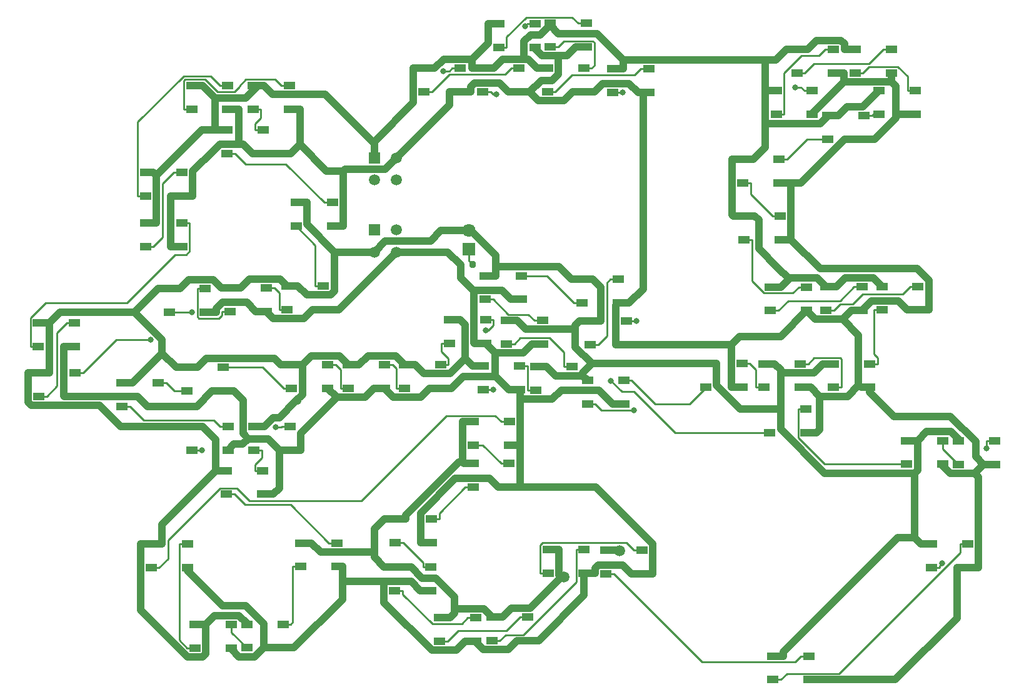
<source format=gbr>
%TF.GenerationSoftware,KiCad,Pcbnew,(5.1.6)-1*%
%TF.CreationDate,2020-11-25T20:53:45+11:00*%
%TF.ProjectId,ECS Panel PCB V1,45435320-5061-46e6-956c-205043422056,rev?*%
%TF.SameCoordinates,Original*%
%TF.FileFunction,Copper,L1,Top*%
%TF.FilePolarity,Positive*%
%FSLAX46Y46*%
G04 Gerber Fmt 4.6, Leading zero omitted, Abs format (unit mm)*
G04 Created by KiCad (PCBNEW (5.1.6)-1) date 2020-11-25 20:53:45*
%MOMM*%
%LPD*%
G01*
G04 APERTURE LIST*
%TA.AperFunction,SMDPad,CuDef*%
%ADD10R,1.500000X1.000000*%
%TD*%
%TA.AperFunction,ComponentPad*%
%ADD11C,1.520000*%
%TD*%
%TA.AperFunction,ComponentPad*%
%ADD12R,1.520000X1.520000*%
%TD*%
%TA.AperFunction,ComponentPad*%
%ADD13C,1.800000*%
%TD*%
%TA.AperFunction,ComponentPad*%
%ADD14R,1.800000X1.800000*%
%TD*%
%TA.AperFunction,ViaPad*%
%ADD15C,1.500000*%
%TD*%
%TA.AperFunction,ViaPad*%
%ADD16C,0.800000*%
%TD*%
%TA.AperFunction,Conductor*%
%ADD17C,1.000000*%
%TD*%
%TA.AperFunction,Conductor*%
%ADD18C,0.250000*%
%TD*%
G04 APERTURE END LIST*
%TO.P,R1,2*%
%TO.N,/LEDGND*%
%TA.AperFunction,SMDPad,CuDef*%
G36*
G01*
X81223800Y-100806840D02*
X81223800Y-101356840D01*
G75*
G02*
X81023800Y-101556840I-200000J0D01*
G01*
X80623800Y-101556840D01*
G75*
G02*
X80423800Y-101356840I0J200000D01*
G01*
X80423800Y-100806840D01*
G75*
G02*
X80623800Y-100606840I200000J0D01*
G01*
X81023800Y-100606840D01*
G75*
G02*
X81223800Y-100806840I0J-200000D01*
G01*
G37*
%TD.AperFunction*%
%TO.P,R1,1*%
%TO.N,Net-(D1-Pad1)*%
%TA.AperFunction,SMDPad,CuDef*%
G36*
G01*
X82873800Y-100806840D02*
X82873800Y-101356840D01*
G75*
G02*
X82673800Y-101556840I-200000J0D01*
G01*
X82273800Y-101556840D01*
G75*
G02*
X82073800Y-101356840I0J200000D01*
G01*
X82073800Y-100806840D01*
G75*
G02*
X82273800Y-100606840I200000J0D01*
G01*
X82673800Y-100606840D01*
G75*
G02*
X82873800Y-100806840I0J-200000D01*
G01*
G37*
%TD.AperFunction*%
%TD*%
D10*
%TO.P,D64,1*%
%TO.N,/LED+5V*%
X122721000Y-120676000D03*
%TO.P,D64,2*%
%TO.N,/DATAOUT*%
X122721000Y-123876000D03*
%TO.P,D64,4*%
%TO.N,Net-(D63-Pad2)*%
X127621000Y-120676000D03*
%TO.P,D64,3*%
%TO.N,/LEDGND*%
X127621000Y-123876000D03*
%TD*%
%TO.P,D63,1*%
%TO.N,/LED+5V*%
X141263000Y-124943000D03*
%TO.P,D63,2*%
%TO.N,Net-(D63-Pad2)*%
X141263000Y-128143000D03*
%TO.P,D63,4*%
%TO.N,Net-(D62-Pad2)*%
X146163000Y-124943000D03*
%TO.P,D63,3*%
%TO.N,/LEDGND*%
X146163000Y-128143000D03*
%TD*%
%TO.P,D62,1*%
%TO.N,/LED+5V*%
X148223000Y-124968000D03*
%TO.P,D62,2*%
%TO.N,Net-(D62-Pad2)*%
X148223000Y-128168000D03*
%TO.P,D62,4*%
%TO.N,Net-(D61-Pad2)*%
X153123000Y-124968000D03*
%TO.P,D62,3*%
%TO.N,/LEDGND*%
X153123000Y-128168000D03*
%TD*%
%TO.P,D61,1*%
%TO.N,/LED+5V*%
X144641000Y-138964000D03*
%TO.P,D61,2*%
%TO.N,Net-(D61-Pad2)*%
X144641000Y-142164000D03*
%TO.P,D61,4*%
%TO.N,Net-(D60-Pad2)*%
X149541000Y-138964000D03*
%TO.P,D61,3*%
%TO.N,/LEDGND*%
X149541000Y-142164000D03*
%TD*%
%TO.P,D60,1*%
%TO.N,/LED+5V*%
X123128000Y-154153000D03*
%TO.P,D60,2*%
%TO.N,Net-(D60-Pad2)*%
X123128000Y-157353000D03*
%TO.P,D60,4*%
%TO.N,Net-(D59-Pad2)*%
X128028000Y-154153000D03*
%TO.P,D60,3*%
%TO.N,/LEDGND*%
X128028000Y-157353000D03*
%TD*%
%TO.P,D59,1*%
%TO.N,/LED+5V*%
X100522000Y-139802000D03*
%TO.P,D59,2*%
%TO.N,Net-(D59-Pad2)*%
X100522000Y-143002000D03*
%TO.P,D59,4*%
%TO.N,Net-(D58-Pad2)*%
X105422000Y-139802000D03*
%TO.P,D59,3*%
%TO.N,/LEDGND*%
X105422000Y-143002000D03*
%TD*%
%TO.P,D58,1*%
%TO.N,/LED+5V*%
X92673000Y-139751000D03*
%TO.P,D58,2*%
%TO.N,Net-(D58-Pad2)*%
X92673000Y-142951000D03*
%TO.P,D58,4*%
%TO.N,Net-(D57-Pad2)*%
X97573000Y-139751000D03*
%TO.P,D58,3*%
%TO.N,/LEDGND*%
X97573000Y-142951000D03*
%TD*%
%TO.P,D57,1*%
%TO.N,/LED+5V*%
X85053000Y-148895000D03*
%TO.P,D57,2*%
%TO.N,Net-(D57-Pad2)*%
X85053000Y-152095000D03*
%TO.P,D57,4*%
%TO.N,Net-(D56-Pad2)*%
X89953000Y-148895000D03*
%TO.P,D57,3*%
%TO.N,/LEDGND*%
X89953000Y-152095000D03*
%TD*%
%TO.P,D56,1*%
%TO.N,/LED+5V*%
X77991800Y-148971000D03*
%TO.P,D56,2*%
%TO.N,Net-(D56-Pad2)*%
X77991800Y-152171000D03*
%TO.P,D56,4*%
%TO.N,Net-(D55-Pad2)*%
X82891800Y-148971000D03*
%TO.P,D56,3*%
%TO.N,/LEDGND*%
X82891800Y-152171000D03*
%TD*%
%TO.P,D55,1*%
%TO.N,/LED+5V*%
X71921200Y-142062000D03*
%TO.P,D55,2*%
%TO.N,Net-(D55-Pad2)*%
X71921200Y-145262000D03*
%TO.P,D55,4*%
%TO.N,Net-(D54-Pad2)*%
X76821200Y-142062000D03*
%TO.P,D55,3*%
%TO.N,/LEDGND*%
X76821200Y-145262000D03*
%TD*%
%TO.P,D54,1*%
%TO.N,/LED+5V*%
X71972000Y-135560000D03*
%TO.P,D54,2*%
%TO.N,Net-(D54-Pad2)*%
X71972000Y-138760000D03*
%TO.P,D54,4*%
%TO.N,Net-(D53-Pad2)*%
X76872000Y-135560000D03*
%TO.P,D54,3*%
%TO.N,/LEDGND*%
X76872000Y-138760000D03*
%TD*%
%TO.P,D53,1*%
%TO.N,/LED+5V*%
X82513000Y-128067000D03*
%TO.P,D53,2*%
%TO.N,Net-(D53-Pad2)*%
X82513000Y-131267000D03*
%TO.P,D53,4*%
%TO.N,Net-(D52-Pad2)*%
X87413000Y-128067000D03*
%TO.P,D53,3*%
%TO.N,/LEDGND*%
X87413000Y-131267000D03*
%TD*%
%TO.P,D52,1*%
%TO.N,/LED+5V*%
X82538400Y-122377000D03*
%TO.P,D52,2*%
%TO.N,Net-(D52-Pad2)*%
X82538400Y-125577000D03*
%TO.P,D52,4*%
%TO.N,Net-(D51-Pad2)*%
X87438400Y-122377000D03*
%TO.P,D52,3*%
%TO.N,/LEDGND*%
X87438400Y-125577000D03*
%TD*%
%TO.P,D51,1*%
%TO.N,/LED+5V*%
X38926600Y-138964000D03*
%TO.P,D51,2*%
%TO.N,Net-(D51-Pad2)*%
X38926600Y-142164000D03*
%TO.P,D51,4*%
%TO.N,Net-(D50-Pad2)*%
X43826600Y-138964000D03*
%TO.P,D51,3*%
%TO.N,/LEDGND*%
X43826600Y-142164000D03*
%TD*%
%TO.P,D50,1*%
%TO.N,/LED+5V*%
X44884000Y-149860000D03*
%TO.P,D50,2*%
%TO.N,Net-(D50-Pad2)*%
X44884000Y-153060000D03*
%TO.P,D50,4*%
%TO.N,Net-(D49-Pad2)*%
X49784000Y-149860000D03*
%TO.P,D50,3*%
%TO.N,/LEDGND*%
X49784000Y-153060000D03*
%TD*%
%TO.P,D49,1*%
%TO.N,/LED+5V*%
X51880600Y-149835000D03*
%TO.P,D49,2*%
%TO.N,Net-(D49-Pad2)*%
X51880600Y-153035000D03*
%TO.P,D49,4*%
%TO.N,Net-(D48-Pad2)*%
X56780600Y-149835000D03*
%TO.P,D49,3*%
%TO.N,/LEDGND*%
X56780600Y-153035000D03*
%TD*%
%TO.P,D48,1*%
%TO.N,/LED+5V*%
X59195800Y-138837000D03*
%TO.P,D48,2*%
%TO.N,Net-(D48-Pad2)*%
X59195800Y-142037000D03*
%TO.P,D48,4*%
%TO.N,Net-(D47-Pad2)*%
X64095800Y-138837000D03*
%TO.P,D48,3*%
%TO.N,/LEDGND*%
X64095800Y-142037000D03*
%TD*%
%TO.P,D47,1*%
%TO.N,/LED+5V*%
X49137400Y-129007000D03*
%TO.P,D47,2*%
%TO.N,Net-(D47-Pad2)*%
X49137400Y-132207000D03*
%TO.P,D47,4*%
%TO.N,Net-(D46-Pad2)*%
X54037400Y-129007000D03*
%TO.P,D47,3*%
%TO.N,/LEDGND*%
X54037400Y-132207000D03*
%TD*%
%TO.P,D46,1*%
%TO.N,/LED+5V*%
X52820400Y-123012000D03*
%TO.P,D46,2*%
%TO.N,Net-(D46-Pad2)*%
X52820400Y-126212000D03*
%TO.P,D46,4*%
%TO.N,Net-(D45-Pad2)*%
X57720400Y-123012000D03*
%TO.P,D46,3*%
%TO.N,/LEDGND*%
X57720400Y-126212000D03*
%TD*%
%TO.P,D45,1*%
%TO.N,/LED+5V*%
X44438400Y-123038000D03*
%TO.P,D45,2*%
%TO.N,Net-(D45-Pad2)*%
X44438400Y-126238000D03*
%TO.P,D45,4*%
%TO.N,Net-(D44-Pad2)*%
X49338400Y-123038000D03*
%TO.P,D45,3*%
%TO.N,/LEDGND*%
X49338400Y-126238000D03*
%TD*%
%TO.P,D44,1*%
%TO.N,/LED+5V*%
X34989600Y-117120000D03*
%TO.P,D44,2*%
%TO.N,Net-(D44-Pad2)*%
X34989600Y-120320000D03*
%TO.P,D44,4*%
%TO.N,Net-(D43-Pad2)*%
X39889600Y-117120000D03*
%TO.P,D44,3*%
%TO.N,/LEDGND*%
X39889600Y-120320000D03*
%TD*%
%TO.P,D43,1*%
%TO.N,/LED+5V*%
X43752600Y-115011000D03*
%TO.P,D43,2*%
%TO.N,Net-(D43-Pad2)*%
X43752600Y-118211000D03*
%TO.P,D43,4*%
%TO.N,Net-(D42-Pad2)*%
X48652600Y-115011000D03*
%TO.P,D43,3*%
%TO.N,/LEDGND*%
X48652600Y-118211000D03*
%TD*%
%TO.P,D42,1*%
%TO.N,/LED+5V*%
X57951200Y-114656000D03*
%TO.P,D42,2*%
%TO.N,Net-(D42-Pad2)*%
X57951200Y-117856000D03*
%TO.P,D42,4*%
%TO.N,Net-(D41-Pad2)*%
X62851200Y-114656000D03*
%TO.P,D42,3*%
%TO.N,/LEDGND*%
X62851200Y-117856000D03*
%TD*%
%TO.P,D41,1*%
%TO.N,/LED+5V*%
X65647400Y-114656000D03*
%TO.P,D41,2*%
%TO.N,Net-(D41-Pad2)*%
X65647400Y-117856000D03*
%TO.P,D41,4*%
%TO.N,Net-(D40-Pad2)*%
X70547400Y-114656000D03*
%TO.P,D41,3*%
%TO.N,/LEDGND*%
X70547400Y-117856000D03*
%TD*%
%TO.P,D40,1*%
%TO.N,/LED+5V*%
X73216600Y-114656000D03*
%TO.P,D40,2*%
%TO.N,Net-(D40-Pad2)*%
X73216600Y-117856000D03*
%TO.P,D40,4*%
%TO.N,Net-(D39-Pad2)*%
X78116600Y-114656000D03*
%TO.P,D40,3*%
%TO.N,/LEDGND*%
X78116600Y-117856000D03*
%TD*%
%TO.P,D39,1*%
%TO.N,/LED+5V*%
X79312600Y-108585000D03*
%TO.P,D39,2*%
%TO.N,Net-(D39-Pad2)*%
X79312600Y-111785000D03*
%TO.P,D39,4*%
%TO.N,Net-(D38-Pad2)*%
X84212600Y-108585000D03*
%TO.P,D39,3*%
%TO.N,/LEDGND*%
X84212600Y-111785000D03*
%TD*%
%TO.P,D38,1*%
%TO.N,/LED+5V*%
X83935400Y-114859000D03*
%TO.P,D38,2*%
%TO.N,Net-(D38-Pad2)*%
X83935400Y-118059000D03*
%TO.P,D38,4*%
%TO.N,Net-(D37-Pad2)*%
X88835400Y-114859000D03*
%TO.P,D38,3*%
%TO.N,/LEDGND*%
X88835400Y-118059000D03*
%TD*%
D11*
%TO.P,J2,4*%
%TO.N,/LEDGND*%
X72135999Y-99367599D03*
%TO.P,J2,3*%
%TO.N,/DATAOUT*%
X72135999Y-96367600D03*
%TO.P,J2,2*%
%TO.N,/LED+5V*%
X69136000Y-99367599D03*
D12*
%TO.P,J2,1*%
%TO.N,/DATALOOP*%
X69136000Y-96367600D03*
%TD*%
D11*
%TO.P,J1,4*%
%TO.N,/DATAIN*%
X72135999Y-89588599D03*
%TO.P,J1,3*%
%TO.N,/LEDGND*%
X72135999Y-86588600D03*
%TO.P,J1,2*%
%TO.N,/DATALOOP*%
X69136000Y-89588599D03*
D12*
%TO.P,J1,1*%
%TO.N,/LED+5V*%
X69136000Y-86588600D03*
%TD*%
D10*
%TO.P,D37,1*%
%TO.N,/LED+5V*%
X91010400Y-114885000D03*
%TO.P,D37,2*%
%TO.N,Net-(D37-Pad2)*%
X91010400Y-118085000D03*
%TO.P,D37,4*%
%TO.N,Net-(D36-Pad2)*%
X95910400Y-114885000D03*
%TO.P,D37,3*%
%TO.N,/LEDGND*%
X95910400Y-118085000D03*
%TD*%
%TO.P,D36,1*%
%TO.N,/LED+5V*%
X87034200Y-108661000D03*
%TO.P,D36,2*%
%TO.N,Net-(D36-Pad2)*%
X87034200Y-111861000D03*
%TO.P,D36,4*%
%TO.N,Net-(D35-Pad2)*%
X91934200Y-108661000D03*
%TO.P,D36,3*%
%TO.N,/LEDGND*%
X91934200Y-111861000D03*
%TD*%
%TO.P,D35,1*%
%TO.N,/LED+5V*%
X84164000Y-102591000D03*
%TO.P,D35,2*%
%TO.N,Net-(D35-Pad2)*%
X84164000Y-105791000D03*
%TO.P,D35,4*%
%TO.N,Net-(D34-Pad2)*%
X89064000Y-102591000D03*
%TO.P,D35,3*%
%TO.N,/LEDGND*%
X89064000Y-105791000D03*
%TD*%
%TO.P,D34,1*%
%TO.N,/LED+5V*%
X97295800Y-103073000D03*
%TO.P,D34,2*%
%TO.N,Net-(D34-Pad2)*%
X97295800Y-106273000D03*
%TO.P,D34,4*%
%TO.N,Net-(D33-Pad2)*%
X102195800Y-103073000D03*
%TO.P,D34,3*%
%TO.N,/LEDGND*%
X102195800Y-106273000D03*
%TD*%
%TO.P,D33,1*%
%TO.N,/LED+5V*%
X98388000Y-108763000D03*
%TO.P,D33,2*%
%TO.N,Net-(D33-Pad2)*%
X98388000Y-111963000D03*
%TO.P,D33,4*%
%TO.N,Net-(D32-Pad2)*%
X103288000Y-108763000D03*
%TO.P,D33,3*%
%TO.N,/LEDGND*%
X103288000Y-111963000D03*
%TD*%
%TO.P,D32,1*%
%TO.N,/LED+5V*%
X98021000Y-116789000D03*
%TO.P,D32,2*%
%TO.N,Net-(D32-Pad2)*%
X98021000Y-119989000D03*
%TO.P,D32,4*%
%TO.N,Net-(D31-Pad2)*%
X102921000Y-116789000D03*
%TO.P,D32,3*%
%TO.N,/LEDGND*%
X102921000Y-119989000D03*
%TD*%
%TO.P,D31,1*%
%TO.N,/LED+5V*%
X114034000Y-114503000D03*
%TO.P,D31,2*%
%TO.N,Net-(D31-Pad2)*%
X114034000Y-117703000D03*
%TO.P,D31,4*%
%TO.N,Net-(D30-Pad2)*%
X118934000Y-114503000D03*
%TO.P,D31,3*%
%TO.N,/LEDGND*%
X118934000Y-117703000D03*
%TD*%
%TO.P,D30,1*%
%TO.N,/LED+5V*%
X121934000Y-114529000D03*
%TO.P,D30,2*%
%TO.N,Net-(D30-Pad2)*%
X121934000Y-117729000D03*
%TO.P,D30,4*%
%TO.N,Net-(D29-Pad2)*%
X126834000Y-114529000D03*
%TO.P,D30,3*%
%TO.N,/LEDGND*%
X126834000Y-117729000D03*
%TD*%
%TO.P,D29,1*%
%TO.N,/LED+5V*%
X131357000Y-114529000D03*
%TO.P,D29,2*%
%TO.N,Net-(D29-Pad2)*%
X131357000Y-117729000D03*
%TO.P,D29,4*%
%TO.N,Net-(D28-Pad2)*%
X136257000Y-114529000D03*
%TO.P,D29,3*%
%TO.N,/LEDGND*%
X136257000Y-117729000D03*
%TD*%
%TO.P,D28,1*%
%TO.N,/LED+5V*%
X137885000Y-104039000D03*
%TO.P,D28,2*%
%TO.N,Net-(D28-Pad2)*%
X137885000Y-107239000D03*
%TO.P,D28,4*%
%TO.N,Net-(D27-Pad2)*%
X142785000Y-104039000D03*
%TO.P,D28,3*%
%TO.N,/LEDGND*%
X142785000Y-107239000D03*
%TD*%
%TO.P,D27,1*%
%TO.N,/LED+5V*%
X130316000Y-104064000D03*
%TO.P,D27,2*%
%TO.N,Net-(D27-Pad2)*%
X130316000Y-107264000D03*
%TO.P,D27,4*%
%TO.N,Net-(D26-Pad2)*%
X135216000Y-104064000D03*
%TO.P,D27,3*%
%TO.N,/LEDGND*%
X135216000Y-107264000D03*
%TD*%
%TO.P,D26,1*%
%TO.N,/LED+5V*%
X122797000Y-104115000D03*
%TO.P,D26,2*%
%TO.N,Net-(D26-Pad2)*%
X122797000Y-107315000D03*
%TO.P,D26,4*%
%TO.N,Net-(D25-Pad2)*%
X127697000Y-104115000D03*
%TO.P,D26,3*%
%TO.N,/LEDGND*%
X127697000Y-107315000D03*
%TD*%
%TO.P,D25,1*%
%TO.N,/LED+5V*%
X119241000Y-94488200D03*
%TO.P,D25,2*%
%TO.N,Net-(D25-Pad2)*%
X119241000Y-97688200D03*
%TO.P,D25,4*%
%TO.N,Net-(D24-Pad2)*%
X124141000Y-94488200D03*
%TO.P,D25,3*%
%TO.N,/LEDGND*%
X124141000Y-97688200D03*
%TD*%
%TO.P,D24,1*%
%TO.N,/LED+5V*%
X119064000Y-86792000D03*
%TO.P,D24,2*%
%TO.N,Net-(D24-Pad2)*%
X119064000Y-89992000D03*
%TO.P,D24,4*%
%TO.N,Net-(D23-Pad2)*%
X123964000Y-86792000D03*
%TO.P,D24,3*%
%TO.N,/LEDGND*%
X123964000Y-89992000D03*
%TD*%
%TO.P,D23,1*%
%TO.N,/LED+5V*%
X130558000Y-80874000D03*
%TO.P,D23,2*%
%TO.N,Net-(D23-Pad2)*%
X130558000Y-84074000D03*
%TO.P,D23,4*%
%TO.N,Net-(D22-Pad2)*%
X135458000Y-80874000D03*
%TO.P,D23,3*%
%TO.N,/LEDGND*%
X135458000Y-84074000D03*
%TD*%
%TO.P,D22,1*%
%TO.N,/LED+5V*%
X137529000Y-77470200D03*
%TO.P,D22,2*%
%TO.N,Net-(D22-Pad2)*%
X137529000Y-80670200D03*
%TO.P,D22,4*%
%TO.N,Net-(D21-Pad2)*%
X142429000Y-77470200D03*
%TO.P,D22,3*%
%TO.N,/LEDGND*%
X142429000Y-80670200D03*
%TD*%
%TO.P,D21,1*%
%TO.N,/LED+5V*%
X134253000Y-71882200D03*
%TO.P,D21,2*%
%TO.N,Net-(D21-Pad2)*%
X134253000Y-75082200D03*
%TO.P,D21,4*%
%TO.N,Net-(D20-Pad2)*%
X139153000Y-71882200D03*
%TO.P,D21,3*%
%TO.N,/LEDGND*%
X139153000Y-75082200D03*
%TD*%
%TO.P,D20,1*%
%TO.N,/LED+5V*%
X126379000Y-71882200D03*
%TO.P,D20,2*%
%TO.N,Net-(D20-Pad2)*%
X126379000Y-75082200D03*
%TO.P,D20,4*%
%TO.N,Net-(D19-Pad2)*%
X131279000Y-71882200D03*
%TO.P,D20,3*%
%TO.N,/LEDGND*%
X131279000Y-75082200D03*
%TD*%
%TO.P,D19,1*%
%TO.N,/LED+5V*%
X123573000Y-77521200D03*
%TO.P,D19,2*%
%TO.N,Net-(D19-Pad2)*%
X123573000Y-80721200D03*
%TO.P,D19,4*%
%TO.N,Net-(D18-Pad2)*%
X128473000Y-77521200D03*
%TO.P,D19,3*%
%TO.N,/LEDGND*%
X128473000Y-80721200D03*
%TD*%
%TO.P,D18,1*%
%TO.N,/LED+5V*%
X101411000Y-74523800D03*
%TO.P,D18,2*%
%TO.N,Net-(D18-Pad2)*%
X101411000Y-77723800D03*
%TO.P,D18,4*%
%TO.N,Net-(D17-Pad2)*%
X106311000Y-74523800D03*
%TO.P,D18,3*%
%TO.N,/LEDGND*%
X106311000Y-77723800D03*
%TD*%
%TO.P,D17,1*%
%TO.N,/LED+5V*%
X92596800Y-74447600D03*
%TO.P,D17,2*%
%TO.N,Net-(D17-Pad2)*%
X92596800Y-77647600D03*
%TO.P,D17,4*%
%TO.N,Net-(D16-Pad2)*%
X97496800Y-74447600D03*
%TO.P,D17,3*%
%TO.N,/LEDGND*%
X97496800Y-77647600D03*
%TD*%
%TO.P,D16,1*%
%TO.N,/LED+5V*%
X92966200Y-68377200D03*
%TO.P,D16,2*%
%TO.N,Net-(D16-Pad2)*%
X92966200Y-71577200D03*
%TO.P,D16,4*%
%TO.N,Net-(D15-Pad2)*%
X97866200Y-68377200D03*
%TO.P,D16,3*%
%TO.N,/LEDGND*%
X97866200Y-71577200D03*
%TD*%
%TO.P,D15,1*%
%TO.N,/LED+5V*%
X86004400Y-68428000D03*
%TO.P,D15,2*%
%TO.N,Net-(D15-Pad2)*%
X86004400Y-71628000D03*
%TO.P,D15,4*%
%TO.N,Net-(D14-Pad2)*%
X90904400Y-68428000D03*
%TO.P,D15,3*%
%TO.N,/LEDGND*%
X90904400Y-71628000D03*
%TD*%
%TO.P,D14,1*%
%TO.N,/LED+5V*%
X83859200Y-74473000D03*
%TO.P,D14,2*%
%TO.N,Net-(D14-Pad2)*%
X83859200Y-77673000D03*
%TO.P,D14,4*%
%TO.N,Net-(D13-Pad2)*%
X88759200Y-74473000D03*
%TO.P,D14,3*%
%TO.N,/LEDGND*%
X88759200Y-77673000D03*
%TD*%
%TO.P,D13,1*%
%TO.N,/LED+5V*%
X75883600Y-74447600D03*
%TO.P,D13,2*%
%TO.N,Net-(D13-Pad2)*%
X75883600Y-77647600D03*
%TO.P,D13,4*%
%TO.N,Net-(D12-Pad2)*%
X80783600Y-74447600D03*
%TO.P,D13,3*%
%TO.N,/LEDGND*%
X80783600Y-77647600D03*
%TD*%
%TO.P,D12,1*%
%TO.N,/LED+5V*%
X41365000Y-104318000D03*
%TO.P,D12,2*%
%TO.N,Net-(D12-Pad2)*%
X41365000Y-107518000D03*
%TO.P,D12,4*%
%TO.N,Net-(D11-Pad2)*%
X46265000Y-104318000D03*
%TO.P,D12,3*%
%TO.N,/LEDGND*%
X46265000Y-107518000D03*
%TD*%
%TO.P,D11,1*%
%TO.N,/LED+5V*%
X49620000Y-104216000D03*
%TO.P,D11,2*%
%TO.N,Net-(D11-Pad2)*%
X49620000Y-107416000D03*
%TO.P,D11,4*%
%TO.N,Net-(D10-Pad2)*%
X54520000Y-104216000D03*
%TO.P,D11,3*%
%TO.N,/LEDGND*%
X54520000Y-107416000D03*
%TD*%
%TO.P,D10,1*%
%TO.N,/LED+5V*%
X57341600Y-103988000D03*
%TO.P,D10,2*%
%TO.N,Net-(D10-Pad2)*%
X57341600Y-107188000D03*
%TO.P,D10,4*%
%TO.N,Net-(D10-Pad4)*%
X62241600Y-103988000D03*
%TO.P,D10,3*%
%TO.N,/LEDGND*%
X62241600Y-107188000D03*
%TD*%
%TO.P,D9,1*%
%TO.N,/LED+5V*%
X58586200Y-92659400D03*
%TO.P,D9,2*%
%TO.N,Net-(D10-Pad4)*%
X58586200Y-95859400D03*
%TO.P,D9,4*%
%TO.N,Net-(D8-Pad2)*%
X63486200Y-92659400D03*
%TO.P,D9,3*%
%TO.N,/LEDGND*%
X63486200Y-95859400D03*
%TD*%
%TO.P,D8,1*%
%TO.N,/LED+5V*%
X49213600Y-82804200D03*
%TO.P,D8,2*%
%TO.N,Net-(D8-Pad2)*%
X49213600Y-86004200D03*
%TO.P,D8,4*%
%TO.N,Net-(D7-Pad2)*%
X54113600Y-82804200D03*
%TO.P,D8,3*%
%TO.N,/LEDGND*%
X54113600Y-86004200D03*
%TD*%
%TO.P,D7,1*%
%TO.N,/LED+5V*%
X52718800Y-76809800D03*
%TO.P,D7,2*%
%TO.N,Net-(D7-Pad2)*%
X52718800Y-80009800D03*
%TO.P,D7,4*%
%TO.N,Net-(D6-Pad2)*%
X57618800Y-76809800D03*
%TO.P,D7,3*%
%TO.N,/LEDGND*%
X57618800Y-80009800D03*
%TD*%
%TO.P,D6,1*%
%TO.N,/LED+5V*%
X44413000Y-76809800D03*
%TO.P,D6,2*%
%TO.N,Net-(D6-Pad2)*%
X44413000Y-80009800D03*
%TO.P,D6,4*%
%TO.N,Net-(D5-Pad2)*%
X49313000Y-76809800D03*
%TO.P,D6,3*%
%TO.N,/LEDGND*%
X49313000Y-80009800D03*
%TD*%
%TO.P,D5,1*%
%TO.N,/LED+5V*%
X38190000Y-88570000D03*
%TO.P,D5,2*%
%TO.N,Net-(D5-Pad2)*%
X38190000Y-91770000D03*
%TO.P,D5,4*%
%TO.N,Net-(D4-Pad2)*%
X43090000Y-88570000D03*
%TO.P,D5,3*%
%TO.N,/LEDGND*%
X43090000Y-91770000D03*
%TD*%
%TO.P,D4,1*%
%TO.N,/LED+5V*%
X38164600Y-95428000D03*
%TO.P,D4,2*%
%TO.N,Net-(D4-Pad2)*%
X38164600Y-98628000D03*
%TO.P,D4,4*%
%TO.N,Net-(D3-Pad2)*%
X43064600Y-95428000D03*
%TO.P,D4,3*%
%TO.N,/LEDGND*%
X43064600Y-98628000D03*
%TD*%
%TO.P,D3,1*%
%TO.N,/LED+5V*%
X23661200Y-108992000D03*
%TO.P,D3,2*%
%TO.N,Net-(D3-Pad2)*%
X23661200Y-112192000D03*
%TO.P,D3,4*%
%TO.N,Net-(D2-Pad2)*%
X28561200Y-108992000D03*
%TO.P,D3,3*%
%TO.N,/LEDGND*%
X28561200Y-112192000D03*
%TD*%
%TO.P,D2,1*%
%TO.N,/LED+5V*%
X23712000Y-115748000D03*
%TO.P,D2,2*%
%TO.N,Net-(D2-Pad2)*%
X23712000Y-118948000D03*
%TO.P,D2,4*%
%TO.N,/DATAIN*%
X28612000Y-115748000D03*
%TO.P,D2,3*%
%TO.N,/LEDGND*%
X28612000Y-118948000D03*
%TD*%
D13*
%TO.P,D1,2*%
%TO.N,/LED+5V*%
X81940400Y-96469200D03*
D14*
%TO.P,D1,1*%
%TO.N,Net-(D1-Pad1)*%
X81940400Y-99009200D03*
%TD*%
D15*
%TO.N,/LED+5V*%
X94818700Y-143472900D03*
X102345300Y-139862800D03*
D16*
%TO.N,/DATAIN*%
X38852400Y-111265100D03*
%TO.N,Net-(D12-Pad2)*%
X78518900Y-74837800D03*
X44462800Y-107518000D03*
%TO.N,Net-(D14-Pad2)*%
X89550300Y-68800500D03*
X85694900Y-77987900D03*
%TO.N,Net-(D18-Pad2)*%
X126177200Y-77056600D03*
X102791300Y-77723800D03*
%TO.N,Net-(D32-Pad2)*%
X104654300Y-108763000D03*
X104276000Y-120814300D03*
%TO.N,/DATAOUT*%
X101219900Y-116837600D03*
%TO.N,Net-(D38-Pad2)*%
X84212600Y-109974900D03*
X85298900Y-118059000D03*
%TO.N,Net-(D45-Pad2)*%
X55769000Y-123080100D03*
X45800600Y-126238000D03*
%TO.N,Net-(D61-Pad2)*%
X152047700Y-125998000D03*
X146024600Y-141578500D03*
%TD*%
D17*
%TO.N,/LEDGND*%
X94047200Y-72777500D02*
X95215600Y-72777500D01*
X95215600Y-72777500D02*
X96415900Y-71577200D01*
X90904400Y-71628000D02*
X90904400Y-71847900D01*
X90904400Y-71847900D02*
X91834000Y-72777500D01*
X91834000Y-72777500D02*
X94047200Y-72777500D01*
X94047200Y-72777500D02*
X94047200Y-75274200D01*
X94047200Y-75274200D02*
X93197700Y-76123700D01*
X93197700Y-76123700D02*
X91758800Y-76123700D01*
X91758800Y-76123700D02*
X90209500Y-77673000D01*
X97866200Y-71577200D02*
X96415900Y-71577200D01*
X88759200Y-77673000D02*
X90209500Y-77673000D01*
X90209500Y-77673000D02*
X91384400Y-78847900D01*
X91384400Y-78847900D02*
X94846200Y-78847900D01*
X94846200Y-78847900D02*
X96046500Y-77647600D01*
X88034100Y-77673000D02*
X88759200Y-77673000D01*
X97496800Y-77647600D02*
X96046500Y-77647600D01*
X132729300Y-76327700D02*
X132729300Y-75082200D01*
X128473000Y-80721200D02*
X128473000Y-80584000D01*
X128473000Y-80584000D02*
X132729300Y-76327700D01*
X139153000Y-76269800D02*
X136052300Y-76269800D01*
X136052300Y-76269800D02*
X135994400Y-76327700D01*
X135994400Y-76327700D02*
X132729300Y-76327700D01*
X131279000Y-75082200D02*
X132729300Y-75082200D01*
X139753900Y-80670200D02*
X139753900Y-76870700D01*
X139753900Y-76870700D02*
X139153000Y-76269800D01*
X139153000Y-76269800D02*
X139153000Y-75082200D01*
X136257000Y-117729000D02*
X136257000Y-118370800D01*
X136257000Y-118370800D02*
X139526800Y-121640600D01*
X139526800Y-121640600D02*
X147154100Y-121640600D01*
X147154100Y-121640600D02*
X150606100Y-125092600D01*
X150606100Y-125092600D02*
X150606100Y-127101400D01*
X150606100Y-127101400D02*
X151672700Y-128168000D01*
X150458900Y-129381800D02*
X147147200Y-129381800D01*
X147147200Y-129381800D02*
X146163000Y-128397600D01*
X146163000Y-128397600D02*
X146163000Y-128143000D01*
X151672700Y-128168000D02*
X150458900Y-129381800D01*
X150458900Y-129381800D02*
X150991300Y-129914200D01*
X150991300Y-129914200D02*
X150991300Y-142164000D01*
X149541000Y-142164000D02*
X150991300Y-142164000D01*
X149541000Y-142164000D02*
X148090700Y-142164000D01*
X128028000Y-157353000D02*
X139736100Y-157353000D01*
X139736100Y-157353000D02*
X148090700Y-148998400D01*
X148090700Y-148998400D02*
X148090700Y-142164000D01*
X102195800Y-106273000D02*
X103646100Y-106273000D01*
X105541800Y-77723800D02*
X105541800Y-104377300D01*
X105541800Y-104377300D02*
X103646100Y-106273000D01*
X105585900Y-77723800D02*
X105541800Y-77723800D01*
X105541800Y-77723800D02*
X104860700Y-77723800D01*
X106311000Y-77723800D02*
X105585900Y-77723800D01*
X97496800Y-77647600D02*
X98947100Y-77647600D01*
X104860700Y-77723800D02*
X103660400Y-76523500D01*
X103660400Y-76523500D02*
X100071200Y-76523500D01*
X100071200Y-76523500D02*
X98947100Y-77647600D01*
X88888700Y-131241600D02*
X99129900Y-131241600D01*
X99129900Y-131241600D02*
X106872300Y-138984000D01*
X106872300Y-138984000D02*
X106872300Y-143002000D01*
X76821200Y-145262000D02*
X75370900Y-145262000D01*
X70426700Y-144043200D02*
X74152100Y-144043200D01*
X74152100Y-144043200D02*
X75370900Y-145262000D01*
X64821000Y-144043200D02*
X70426700Y-144043200D01*
X70426700Y-144043200D02*
X70426700Y-146871600D01*
X70426700Y-146871600D02*
X76926400Y-153371300D01*
X76926400Y-153371300D02*
X80241200Y-153371300D01*
X80241200Y-153371300D02*
X81441500Y-152171000D01*
X82891800Y-152171000D02*
X81441500Y-152171000D01*
X64821000Y-144043200D02*
X64821000Y-146444900D01*
X64821000Y-146444900D02*
X58230900Y-153035000D01*
X64821000Y-142037000D02*
X64821000Y-144043200D01*
X89953000Y-152095000D02*
X91403300Y-152095000D01*
X89953000Y-152095000D02*
X88502700Y-152095000D01*
X88502700Y-152095000D02*
X87302400Y-153295300D01*
X87302400Y-153295300D02*
X83912700Y-153295300D01*
X83912700Y-153295300D02*
X82891800Y-152274400D01*
X82891800Y-152274400D02*
X82891800Y-152171000D01*
X97573000Y-142951000D02*
X97573000Y-145925300D01*
X97573000Y-145925300D02*
X91403300Y-152095000D01*
X72136000Y-99367600D02*
X64315600Y-107188000D01*
X64315600Y-107188000D02*
X62241600Y-107188000D01*
X54520000Y-107416000D02*
X53069700Y-107416000D01*
X46265000Y-107518000D02*
X47715300Y-107518000D01*
X47715300Y-107518000D02*
X47715300Y-107067900D01*
X47715300Y-107067900D02*
X48567500Y-106215700D01*
X48567500Y-106215700D02*
X51869400Y-106215700D01*
X51869400Y-106215700D02*
X53069700Y-107416000D01*
X60791300Y-107188000D02*
X59590900Y-108388400D01*
X59590900Y-108388400D02*
X55492400Y-108388400D01*
X55492400Y-108388400D02*
X54520000Y-107416000D01*
X28612000Y-118948000D02*
X27161700Y-118948000D01*
X27161700Y-118948000D02*
X27110900Y-118897200D01*
X27110900Y-118897200D02*
X27110900Y-112192000D01*
X38439300Y-120320000D02*
X37067300Y-118948000D01*
X37067300Y-118948000D02*
X28612000Y-118948000D01*
X28561200Y-112192000D02*
X27110900Y-112192000D01*
X88888700Y-119327000D02*
X88888700Y-118112300D01*
X88888700Y-118112300D02*
X88835400Y-118059000D01*
X88888700Y-125577000D02*
X88888700Y-119327000D01*
X88888700Y-119327000D02*
X93218100Y-119327000D01*
X93218100Y-119327000D02*
X94460100Y-118085000D01*
X95910400Y-118085000D02*
X94460100Y-118085000D01*
X85489000Y-116262600D02*
X85588700Y-116262600D01*
X85588700Y-116262600D02*
X87385100Y-118059000D01*
X79566900Y-117856000D02*
X81160300Y-116262600D01*
X81160300Y-116262600D02*
X85489000Y-116262600D01*
X85489000Y-116262600D02*
X85489000Y-113061400D01*
X88835400Y-118059000D02*
X87385100Y-118059000D01*
X129484600Y-118929300D02*
X128284300Y-117729000D01*
X134731700Y-117428900D02*
X133231300Y-118929300D01*
X133231300Y-118929300D02*
X129484600Y-118929300D01*
X129484600Y-118929300D02*
X129484600Y-123462700D01*
X129484600Y-123462700D02*
X129071300Y-123876000D01*
X127621000Y-123876000D02*
X129071300Y-123876000D01*
X135106800Y-117729000D02*
X134806700Y-117428900D01*
X134806700Y-117428900D02*
X134731700Y-117428900D01*
X134731700Y-117428900D02*
X134731700Y-110630600D01*
X134731700Y-110630600D02*
X132565400Y-108464300D01*
X126834000Y-117729000D02*
X128284300Y-117729000D01*
X136257000Y-117729000D02*
X135106800Y-117729000D01*
X88888700Y-131241600D02*
X88863300Y-131267000D01*
X88888700Y-125577000D02*
X88888700Y-131241600D01*
X105422000Y-143002000D02*
X106872300Y-143002000D01*
X97573000Y-142951000D02*
X99023300Y-142951000D01*
X105422000Y-143002000D02*
X103971700Y-143002000D01*
X103971700Y-143002000D02*
X102771300Y-141801600D01*
X102771300Y-141801600D02*
X99454300Y-141801600D01*
X99454300Y-141801600D02*
X99023300Y-142232600D01*
X99023300Y-142232600D02*
X99023300Y-142951000D01*
X87413000Y-131267000D02*
X88863300Y-131267000D01*
X87413000Y-131267000D02*
X85962700Y-131267000D01*
X76872000Y-138760000D02*
X75421700Y-138760000D01*
X75421700Y-138760000D02*
X75421700Y-134758700D01*
X75421700Y-134758700D02*
X80113700Y-130066700D01*
X80113700Y-130066700D02*
X84762400Y-130066700D01*
X84762400Y-130066700D02*
X85962700Y-131267000D01*
X57720400Y-126212000D02*
X59170700Y-126212000D01*
X64051500Y-119056300D02*
X62851200Y-117856000D01*
X69097100Y-117856000D02*
X67896800Y-119056300D01*
X67896800Y-119056300D02*
X64051500Y-119056300D01*
X59170700Y-126212000D02*
X59170700Y-123937100D01*
X59170700Y-123937100D02*
X64051500Y-119056300D01*
X56995300Y-126212000D02*
X57720400Y-126212000D01*
X76666300Y-117856000D02*
X75465900Y-119056400D01*
X75465900Y-119056400D02*
X71747800Y-119056400D01*
X71747800Y-119056400D02*
X70547400Y-117856000D01*
X70547400Y-117856000D02*
X69097100Y-117856000D01*
X56780600Y-153035000D02*
X58230900Y-153035000D01*
X64095800Y-142037000D02*
X64821000Y-142037000D01*
X56995300Y-126212000D02*
X56270100Y-126212000D01*
X54172600Y-153001500D02*
X52938700Y-154235400D01*
X52938700Y-154235400D02*
X50833800Y-154235400D01*
X50833800Y-154235400D02*
X49784000Y-153185600D01*
X49784000Y-153185600D02*
X49784000Y-153060000D01*
X55330300Y-153035000D02*
X54206100Y-153035000D01*
X54206100Y-153035000D02*
X54172600Y-153001500D01*
X43826600Y-142164000D02*
X43826600Y-142555900D01*
X43826600Y-142555900D02*
X48629100Y-147358400D01*
X48629100Y-147358400D02*
X51727900Y-147358400D01*
X51727900Y-147358400D02*
X54172600Y-149803100D01*
X54172600Y-149803100D02*
X54172600Y-153001500D01*
X142785000Y-107239000D02*
X144235300Y-107239000D01*
X144235300Y-107239000D02*
X144235300Y-103210200D01*
X144235300Y-103210200D02*
X142676100Y-101651000D01*
X142676100Y-101651000D02*
X129554100Y-101651000D01*
X129554100Y-101651000D02*
X125591300Y-97688200D01*
X142059900Y-107239000D02*
X142785000Y-107239000D01*
X142059900Y-107239000D02*
X141334700Y-107239000D01*
X125591300Y-89992000D02*
X125591300Y-97688200D01*
X141334700Y-107239000D02*
X140134300Y-106038600D01*
X140134300Y-106038600D02*
X136441400Y-106038600D01*
X136441400Y-106038600D02*
X135216000Y-107264000D01*
X125591300Y-89992000D02*
X126913600Y-89992000D01*
X126913600Y-89992000D02*
X132831600Y-84074000D01*
X132831600Y-84074000D02*
X134007700Y-84074000D01*
X125202700Y-89992000D02*
X125591300Y-89992000D01*
X124141000Y-97688200D02*
X125591300Y-97688200D01*
X132565400Y-108464300D02*
X128846300Y-108464300D01*
X128846300Y-108464300D02*
X127697000Y-107315000D01*
X133765700Y-107264000D02*
X132565400Y-108464300D01*
X135458000Y-84074000D02*
X136908300Y-84074000D01*
X136908300Y-84074000D02*
X139753900Y-81228400D01*
X139753900Y-81228400D02*
X139753900Y-80670200D01*
X141891400Y-80670200D02*
X139753900Y-80670200D01*
X142429000Y-80670200D02*
X141891400Y-80670200D01*
X135216000Y-107264000D02*
X133765700Y-107264000D01*
X117483700Y-111963000D02*
X103288000Y-111963000D01*
X117483700Y-117703000D02*
X117483700Y-111963000D01*
X118934000Y-117703000D02*
X117483700Y-117703000D01*
X103288000Y-111963000D02*
X101837700Y-111963000D01*
X101837700Y-111963000D02*
X101837700Y-106631100D01*
X101837700Y-106631100D02*
X102195800Y-106273000D01*
X87613700Y-105791000D02*
X86413400Y-104590700D01*
X86413400Y-104590700D02*
X82713800Y-104590700D01*
X82713800Y-104590700D02*
X82643200Y-104661300D01*
X82643200Y-104661300D02*
X82643200Y-111665900D01*
X82643200Y-111665900D02*
X82762300Y-111785000D01*
X52083500Y-124703700D02*
X51370000Y-123990200D01*
X51370000Y-123990200D02*
X51370000Y-119478100D01*
X51370000Y-119478100D02*
X50102900Y-118211000D01*
X48652600Y-118211000D02*
X47202300Y-118211000D01*
X39889600Y-120320000D02*
X45093300Y-120320000D01*
X45093300Y-120320000D02*
X47202300Y-118211000D01*
X39164500Y-120320000D02*
X39889600Y-120320000D01*
X39164500Y-120320000D02*
X38439300Y-120320000D01*
X56270100Y-126212000D02*
X54761800Y-124703700D01*
X54761800Y-124703700D02*
X52083500Y-124703700D01*
X43090000Y-91770000D02*
X41639700Y-91770000D01*
X43064600Y-98628000D02*
X41614300Y-98628000D01*
X41614300Y-98628000D02*
X41614300Y-91795400D01*
X41614300Y-91795400D02*
X41639700Y-91770000D01*
X50763300Y-84754100D02*
X48218800Y-84754100D01*
X44540300Y-88432600D02*
X44540300Y-91770000D01*
X52663300Y-86004200D02*
X51413200Y-84754100D01*
X51413200Y-84754100D02*
X50763300Y-84754100D01*
X50763300Y-84754100D02*
X50763300Y-80009800D01*
X43090000Y-91770000D02*
X44540300Y-91770000D01*
X87438400Y-125577000D02*
X88888700Y-125577000D01*
X49313000Y-80009800D02*
X50763300Y-80009800D01*
X54113600Y-86004200D02*
X52663300Y-86004200D01*
X59069100Y-84765300D02*
X57830200Y-86004200D01*
X57830200Y-86004200D02*
X54113600Y-86004200D01*
X135458000Y-84074000D02*
X134007700Y-84074000D01*
X56780600Y-153035000D02*
X55330300Y-153035000D01*
X95910400Y-118085000D02*
X99566700Y-118085000D01*
X99566700Y-118085000D02*
X101470700Y-119989000D01*
X78116600Y-117856000D02*
X79566900Y-117856000D01*
X80783600Y-77647600D02*
X79333300Y-77647600D01*
X72136000Y-86588600D02*
X79333300Y-79391300D01*
X79333300Y-79391300D02*
X79333300Y-77647600D01*
X64936500Y-88372500D02*
X65180700Y-88128300D01*
X65180700Y-88128300D02*
X70596300Y-88128300D01*
X70596300Y-88128300D02*
X72136000Y-86588600D01*
X59069100Y-84765300D02*
X59069100Y-80009800D01*
X64936500Y-88372500D02*
X62676300Y-88372500D01*
X62676300Y-88372500D02*
X59069100Y-84765300D01*
X57618800Y-80009800D02*
X59069100Y-80009800D01*
X64936500Y-95859400D02*
X64936500Y-88372500D01*
X48652600Y-118211000D02*
X50102900Y-118211000D01*
X123964000Y-89992000D02*
X125202700Y-89992000D01*
X102921000Y-119989000D02*
X101470700Y-119989000D01*
X88034100Y-77673000D02*
X87308900Y-77673000D01*
X85489000Y-113061400D02*
X84212600Y-111785000D01*
X90483900Y-111861000D02*
X89283500Y-113061400D01*
X89283500Y-113061400D02*
X85489000Y-113061400D01*
X78116600Y-117856000D02*
X76666300Y-117856000D01*
X62241600Y-107188000D02*
X60791300Y-107188000D01*
X55487700Y-132207000D02*
X56270100Y-131424600D01*
X56270100Y-131424600D02*
X56270100Y-126212000D01*
X81508800Y-77647600D02*
X80783600Y-77647600D01*
X153123000Y-128168000D02*
X151672700Y-128168000D01*
X54037400Y-132207000D02*
X55487700Y-132207000D01*
X91934200Y-111861000D02*
X90483900Y-111861000D01*
X84212600Y-111785000D02*
X82762300Y-111785000D01*
X81508800Y-77647600D02*
X82233900Y-77647600D01*
X82233900Y-77647600D02*
X82233900Y-76986600D01*
X82233900Y-76986600D02*
X82747800Y-76472700D01*
X82747800Y-76472700D02*
X86108600Y-76472700D01*
X86108600Y-76472700D02*
X87308900Y-77673000D01*
X63486200Y-95859400D02*
X64936500Y-95859400D01*
X89064000Y-105791000D02*
X87613700Y-105791000D01*
X52083500Y-124705580D02*
X51346400Y-125442680D01*
X51346400Y-125442680D02*
X51076860Y-125442680D01*
X52083500Y-124703700D02*
X52083500Y-124705580D01*
X50133720Y-125442680D02*
X49338400Y-126238000D01*
X51076860Y-125442680D02*
X50133720Y-125442680D01*
X47479630Y-85493270D02*
X44540300Y-88432600D01*
X48218800Y-84754100D02*
X47479630Y-85493270D01*
X127697000Y-107315000D02*
X124171480Y-110840520D01*
X118606180Y-110840520D02*
X117483700Y-111963000D01*
X124171480Y-110840520D02*
X118606180Y-110840520D01*
X80823800Y-102841900D02*
X80823800Y-101081840D01*
X82643200Y-104661300D02*
X80823800Y-102841900D01*
X79109559Y-99367599D02*
X80823800Y-101081840D01*
X72135999Y-99367599D02*
X79109559Y-99367599D01*
%TO.N,/LED+5V*%
X124171300Y-120676000D02*
X124171300Y-123350700D01*
X124171300Y-123350700D02*
X130164000Y-129343400D01*
X130164000Y-129343400D02*
X142309400Y-129343400D01*
X142309400Y-129343400D02*
X142309400Y-138082700D01*
X142713300Y-124943000D02*
X142713300Y-128939500D01*
X142713300Y-128939500D02*
X142309400Y-129343400D01*
X124171300Y-115729400D02*
X124171300Y-120676000D01*
X131357000Y-114529000D02*
X129906700Y-114529000D01*
X124171300Y-115729400D02*
X124171300Y-115316000D01*
X124171300Y-115316000D02*
X123384300Y-114529000D01*
X129906700Y-114529000D02*
X128706300Y-115729400D01*
X128706300Y-115729400D02*
X124171300Y-115729400D01*
X122721000Y-120676000D02*
X124171300Y-120676000D01*
X115484300Y-114503000D02*
X115484300Y-117453900D01*
X115484300Y-117453900D02*
X118706400Y-120676000D01*
X118706400Y-120676000D02*
X122721000Y-120676000D01*
X121934000Y-114529000D02*
X123384300Y-114529000D01*
X92596800Y-74447600D02*
X91146500Y-74447600D01*
X123128000Y-154153000D02*
X124578300Y-154153000D01*
X142309400Y-138082700D02*
X143190700Y-138964000D01*
X124578300Y-154153000D02*
X124578300Y-153552800D01*
X124578300Y-153552800D02*
X140048400Y-138082700D01*
X140048400Y-138082700D02*
X142309400Y-138082700D01*
X144641000Y-138964000D02*
X143190700Y-138964000D01*
X94818700Y-143472900D02*
X94447900Y-143472900D01*
X94447900Y-143472900D02*
X94123300Y-143148300D01*
X94123300Y-143148300D02*
X94123300Y-139751000D01*
X86503300Y-148895000D02*
X87703600Y-147694700D01*
X87703600Y-147694700D02*
X90226100Y-147694700D01*
X90226100Y-147694700D02*
X94447900Y-143472900D01*
X80042300Y-147770700D02*
X80042300Y-146163800D01*
X80042300Y-146163800D02*
X77442700Y-143564200D01*
X77442700Y-143564200D02*
X75641900Y-143564200D01*
X75641900Y-143564200D02*
X74139700Y-142062000D01*
X74139700Y-142062000D02*
X71921200Y-142062000D01*
X79442100Y-148971000D02*
X80042300Y-148370800D01*
X80042300Y-148370800D02*
X80042300Y-147770700D01*
X80042300Y-147770700D02*
X83969100Y-147770700D01*
X83969100Y-147770700D02*
X85053000Y-148854600D01*
X85053000Y-148854600D02*
X85053000Y-148895000D01*
X77991800Y-148971000D02*
X79442100Y-148971000D01*
X71921200Y-142062000D02*
X70470900Y-142062000D01*
X85053000Y-148895000D02*
X86503300Y-148895000D01*
X82368000Y-73214200D02*
X82368000Y-74432100D01*
X82368000Y-74432100D02*
X82408900Y-74473000D01*
X84554100Y-68428000D02*
X84554100Y-71028100D01*
X84554100Y-71028100D02*
X82368000Y-73214200D01*
X77333900Y-74447600D02*
X78567300Y-73214200D01*
X78567300Y-73214200D02*
X82368000Y-73214200D01*
X83859200Y-74473000D02*
X82408900Y-74473000D01*
X130558000Y-80874000D02*
X132008300Y-80874000D01*
X130558000Y-80874000D02*
X130558000Y-80969800D01*
X130558000Y-80969800D02*
X129558900Y-81968900D01*
X129558900Y-81968900D02*
X122122700Y-81968900D01*
X132008300Y-80874000D02*
X133208600Y-79673700D01*
X133208600Y-79673700D02*
X135325500Y-79673700D01*
X135325500Y-79673700D02*
X137529000Y-77470200D01*
X122122700Y-73300500D02*
X123510400Y-73300500D01*
X123510400Y-73300500D02*
X124928700Y-71882200D01*
X102861300Y-73300500D02*
X122122700Y-73300500D01*
X122122700Y-73300500D02*
X122122700Y-77521200D01*
X126379000Y-71882200D02*
X124928700Y-71882200D01*
X102861300Y-73300500D02*
X102861300Y-74523800D01*
X92966200Y-68611700D02*
X94106500Y-69752000D01*
X94106500Y-69752000D02*
X99312800Y-69752000D01*
X99312800Y-69752000D02*
X102861300Y-73300500D01*
X92966200Y-68611700D02*
X92966200Y-68377200D01*
X89441900Y-73272700D02*
X89441900Y-70828400D01*
X89441900Y-70828400D02*
X90343800Y-69926500D01*
X90343800Y-69926500D02*
X91651400Y-69926500D01*
X91651400Y-69926500D02*
X92966200Y-68611700D01*
X89441900Y-73272700D02*
X89971600Y-73272700D01*
X89971600Y-73272700D02*
X91146500Y-74447600D01*
X85309500Y-74473000D02*
X86509800Y-73272700D01*
X86509800Y-73272700D02*
X89441900Y-73272700D01*
X101411000Y-74523800D02*
X102861300Y-74523800D01*
X83859200Y-74473000D02*
X85309500Y-74473000D01*
X98650900Y-114503000D02*
X96388600Y-112240700D01*
X96388600Y-112240700D02*
X96388600Y-109861300D01*
X98650900Y-114503000D02*
X97368900Y-115785000D01*
X97368900Y-115785000D02*
X97368900Y-116132400D01*
X97368900Y-116132400D02*
X97368900Y-116136900D01*
X97368900Y-116136900D02*
X98021000Y-116789000D01*
X97368900Y-116132400D02*
X93708100Y-116132400D01*
X93708100Y-116132400D02*
X92460700Y-114885000D01*
X69146000Y-140083900D02*
X69146000Y-136935700D01*
X69146000Y-136935700D02*
X70521700Y-135560000D01*
X70470900Y-142062000D02*
X69146000Y-140737100D01*
X69146000Y-140737100D02*
X69146000Y-140083900D01*
X69146000Y-140083900D02*
X61893000Y-140083900D01*
X61893000Y-140083900D02*
X60646100Y-138837000D01*
X71972000Y-135560000D02*
X70521700Y-135560000D01*
X59195800Y-138837000D02*
X60646100Y-138837000D01*
X47687100Y-129007000D02*
X40376900Y-136317200D01*
X40376900Y-136317200D02*
X40376900Y-138964000D01*
X45888700Y-123038000D02*
X47687100Y-124836400D01*
X47687100Y-124836400D02*
X47687100Y-129007000D01*
X38926600Y-138964000D02*
X40376900Y-138964000D01*
X44438400Y-123038000D02*
X45888700Y-123038000D01*
X22261700Y-115748000D02*
X22261700Y-119738100D01*
X22261700Y-119738100D02*
X22671900Y-120148300D01*
X22671900Y-120148300D02*
X31918300Y-120148300D01*
X31918300Y-120148300D02*
X34808000Y-123038000D01*
X34808000Y-123038000D02*
X44438400Y-123038000D01*
X49137400Y-129007000D02*
X47687100Y-129007000D01*
X40425600Y-113134300D02*
X42302300Y-115011000D01*
X36439900Y-117120000D02*
X40425600Y-113134300D01*
X36691400Y-107541300D02*
X40425600Y-111275500D01*
X40425600Y-111275500D02*
X40425600Y-113134300D01*
X25111500Y-108992000D02*
X26562200Y-107541300D01*
X26562200Y-107541300D02*
X36691400Y-107541300D01*
X39914700Y-104318000D02*
X36691400Y-107541300D01*
X23712000Y-115748000D02*
X25162300Y-115748000D01*
X41365000Y-104318000D02*
X39914700Y-104318000D01*
X42090200Y-104318000D02*
X41365000Y-104318000D01*
X114034000Y-114503000D02*
X115484300Y-114503000D01*
X122122700Y-81968900D02*
X122122700Y-85183600D01*
X122122700Y-85183600D02*
X120514300Y-86792000D01*
X122122700Y-77521200D02*
X122122700Y-81968900D01*
X123573000Y-77521200D02*
X122122700Y-77521200D01*
X119064000Y-86792000D02*
X120514300Y-86792000D01*
X97295800Y-103073000D02*
X98746100Y-103073000D01*
X98388000Y-108763000D02*
X99838300Y-108763000D01*
X99838300Y-108763000D02*
X99838300Y-104165200D01*
X99838300Y-104165200D02*
X98746100Y-103073000D01*
X98267000Y-108763000D02*
X98388000Y-108763000D01*
X98267000Y-108763000D02*
X96937700Y-108763000D01*
X85614300Y-101387700D02*
X85614300Y-99843000D01*
X85614300Y-99843000D02*
X82240500Y-96469200D01*
X82240500Y-96469200D02*
X81940400Y-96469200D01*
X85614300Y-102591000D02*
X85614300Y-101387700D01*
X85614300Y-101387700D02*
X94160200Y-101387700D01*
X94160200Y-101387700D02*
X95845500Y-103073000D01*
X97295800Y-103073000D02*
X95845500Y-103073000D01*
X38926600Y-138964000D02*
X37476300Y-138964000D01*
X37476300Y-138964000D02*
X37476300Y-147899000D01*
X37476300Y-147899000D02*
X43861600Y-154284300D01*
X43861600Y-154284300D02*
X45922500Y-154284300D01*
X45922500Y-154284300D02*
X46334300Y-153872500D01*
X46334300Y-153872500D02*
X46334300Y-149860000D01*
X52820400Y-123012000D02*
X54270700Y-123012000D01*
X54270700Y-123012000D02*
X55471000Y-121811700D01*
X55471000Y-121811700D02*
X56281000Y-121811700D01*
X59401500Y-118691200D02*
X59401500Y-114656000D01*
X47550500Y-82804200D02*
X47763300Y-82804200D01*
X39641500Y-89008700D02*
X45846000Y-82804200D01*
X45846000Y-82804200D02*
X47550500Y-82804200D01*
X47550500Y-82804200D02*
X47550500Y-78497000D01*
X47550500Y-78497000D02*
X45863300Y-76809800D01*
X53444000Y-76809800D02*
X51756800Y-78497000D01*
X51756800Y-78497000D02*
X47550500Y-78497000D01*
X44413000Y-76809800D02*
X45863300Y-76809800D01*
X53444000Y-76809800D02*
X54169100Y-76809800D01*
X52718800Y-76809800D02*
X53444000Y-76809800D01*
X69136000Y-84426500D02*
X68889100Y-84426500D01*
X68889100Y-84426500D02*
X62472700Y-78010100D01*
X55369400Y-78010100D02*
X54169100Y-76809800D01*
X69136000Y-84426500D02*
X69136000Y-85128300D01*
X74433300Y-74447600D02*
X74433300Y-79129200D01*
X74433300Y-79129200D02*
X69136000Y-84426500D01*
X39641500Y-89008700D02*
X39202800Y-88570000D01*
X39614900Y-95428000D02*
X39641500Y-95401400D01*
X39641500Y-95401400D02*
X39641500Y-89008700D01*
X49213600Y-82804200D02*
X47763300Y-82804200D01*
X34989600Y-117120000D02*
X36439900Y-117120000D01*
X43752600Y-115011000D02*
X42302300Y-115011000D01*
X25111500Y-108992000D02*
X25162300Y-109042800D01*
X25162300Y-109042800D02*
X25162300Y-115748000D01*
X38164600Y-95428000D02*
X39614900Y-95428000D01*
X38190000Y-88570000D02*
X39202800Y-88570000D01*
X134253000Y-71882200D02*
X132802700Y-71882200D01*
X126379000Y-71882200D02*
X127829300Y-71882200D01*
X127829300Y-71882200D02*
X129029600Y-70681900D01*
X129029600Y-70681900D02*
X132352600Y-70681900D01*
X132352600Y-70681900D02*
X132802700Y-71132000D01*
X132802700Y-71132000D02*
X132802700Y-71882200D01*
X119241000Y-94488200D02*
X117790700Y-94488200D01*
X119064000Y-86792000D02*
X117613700Y-86792000D01*
X117613700Y-86792000D02*
X117613700Y-94311200D01*
X117613700Y-94311200D02*
X117790700Y-94488200D01*
X119241000Y-94488200D02*
X120691300Y-94488200D01*
X125223700Y-102902400D02*
X125223700Y-103138600D01*
X125223700Y-103138600D02*
X124247300Y-104115000D01*
X130316000Y-104064000D02*
X129154400Y-102902400D01*
X129154400Y-102902400D02*
X125223700Y-102902400D01*
X120691300Y-94488200D02*
X121209900Y-95006800D01*
X121209900Y-95006800D02*
X121209900Y-98888600D01*
X122797000Y-104115000D02*
X124247300Y-104115000D01*
X100522000Y-139802000D02*
X101972300Y-139802000D01*
X102345300Y-139862800D02*
X102033100Y-139862800D01*
X102033100Y-139862800D02*
X101972300Y-139802000D01*
X92673000Y-139751000D02*
X94123300Y-139751000D01*
X81088100Y-127865900D02*
X80588400Y-127865900D01*
X80588400Y-127865900D02*
X73422300Y-135032000D01*
X73422300Y-135032000D02*
X73422300Y-135560000D01*
X81088100Y-127865900D02*
X81289200Y-128067000D01*
X81289200Y-128067000D02*
X81362800Y-128067000D01*
X81088100Y-122377000D02*
X81088100Y-127865900D01*
X23712000Y-115748000D02*
X22261700Y-115748000D01*
X57951200Y-114656000D02*
X56500900Y-114656000D01*
X43752600Y-115011000D02*
X45202900Y-115011000D01*
X45202900Y-115011000D02*
X46403300Y-113810600D01*
X46403300Y-113810600D02*
X55655500Y-113810600D01*
X55655500Y-113810600D02*
X56500900Y-114656000D01*
X69136000Y-86588600D02*
X69136000Y-85128300D01*
X75883600Y-74447600D02*
X74433300Y-74447600D01*
X79312600Y-108585000D02*
X80762900Y-108585000D01*
X82485100Y-114859000D02*
X81442800Y-113816700D01*
X81442800Y-113816700D02*
X81442800Y-109264900D01*
X81442800Y-109264900D02*
X80762900Y-108585000D01*
X81442800Y-113816700D02*
X79403200Y-115856300D01*
X79403200Y-115856300D02*
X75867200Y-115856300D01*
X75867200Y-115856300D02*
X74666900Y-114656000D01*
X73216600Y-114656000D02*
X74666900Y-114656000D01*
X67097700Y-114656000D02*
X68298000Y-113455700D01*
X68298000Y-113455700D02*
X72016300Y-113455700D01*
X72016300Y-113455700D02*
X73216600Y-114656000D01*
X86004400Y-68428000D02*
X84554100Y-68428000D01*
X75883600Y-74447600D02*
X77333900Y-74447600D01*
X82538400Y-122377000D02*
X81088100Y-122377000D01*
X65647400Y-114656000D02*
X67097700Y-114656000D01*
X65647400Y-114656000D02*
X64447100Y-113455700D01*
X64447100Y-113455700D02*
X60601800Y-113455700D01*
X60601800Y-113455700D02*
X59401500Y-114656000D01*
X57951200Y-114656000D02*
X59401500Y-114656000D01*
X131766300Y-104064000D02*
X132966600Y-102863700D01*
X132966600Y-102863700D02*
X136709700Y-102863700D01*
X136709700Y-102863700D02*
X137885000Y-104039000D01*
X81940400Y-96469200D02*
X78172900Y-96469200D01*
X78172900Y-96469200D02*
X76774500Y-97867600D01*
X76774500Y-97867600D02*
X70636000Y-97867600D01*
X70636000Y-97867600D02*
X69136000Y-99367600D01*
X130316000Y-104064000D02*
X131766300Y-104064000D01*
X83935400Y-114859000D02*
X82485100Y-114859000D01*
X71972000Y-135560000D02*
X73422300Y-135560000D01*
X148223000Y-124968000D02*
X148223000Y-124749300D01*
X148223000Y-124749300D02*
X147216300Y-123742600D01*
X143913700Y-123742600D02*
X142713300Y-124943000D01*
X141263000Y-124943000D02*
X142713300Y-124943000D01*
X57341600Y-103988000D02*
X58791900Y-103988000D01*
X57341600Y-103988000D02*
X56369300Y-103015700D01*
X56369300Y-103015700D02*
X52270600Y-103015700D01*
X52270600Y-103015700D02*
X51070300Y-104216000D01*
X63784700Y-104688000D02*
X63284400Y-105188300D01*
X63284400Y-105188300D02*
X59992200Y-105188300D01*
X59992200Y-105188300D02*
X58791900Y-103988000D01*
X49620000Y-104216000D02*
X51070300Y-104216000D01*
X42090200Y-104318000D02*
X42815300Y-104318000D01*
X63784700Y-99367600D02*
X69136000Y-99367600D01*
X60036500Y-92659400D02*
X60036500Y-95619400D01*
X60036500Y-95619400D02*
X63784700Y-99367600D01*
X23661200Y-108992000D02*
X25111500Y-108992000D01*
X82513000Y-128067000D02*
X81362800Y-128067000D01*
X51880600Y-149835000D02*
X51880600Y-149705800D01*
X51880600Y-149705800D02*
X50834500Y-148659700D01*
X50834500Y-148659700D02*
X47534600Y-148659700D01*
X47534600Y-148659700D02*
X46334300Y-149860000D01*
X44884000Y-149860000D02*
X46334300Y-149860000D01*
X96937700Y-108763000D02*
X96388600Y-109312100D01*
X96388600Y-109312100D02*
X96388600Y-109861300D01*
X96388600Y-109861300D02*
X89684800Y-109861300D01*
X89684800Y-109861300D02*
X88484500Y-108661000D01*
X84164000Y-102591000D02*
X85614300Y-102591000D01*
X87034200Y-108661000D02*
X88484500Y-108661000D01*
X91010400Y-114885000D02*
X92460700Y-114885000D01*
X42815300Y-104318000D02*
X44015700Y-103117600D01*
X44015700Y-103117600D02*
X47346800Y-103117600D01*
X58586200Y-92659400D02*
X60036500Y-92659400D01*
X58833100Y-78010100D02*
X55369400Y-78010100D01*
X62472700Y-78010100D02*
X58833100Y-78010100D01*
X58528250Y-119564450D02*
X59401500Y-118691200D01*
X56281000Y-121811700D02*
X58528250Y-119564450D01*
X105816600Y-114503000D02*
X98650900Y-114503000D01*
X114034000Y-114503000D02*
X105816600Y-114503000D01*
X145586600Y-123742600D02*
X143913700Y-123742600D01*
X147216300Y-123742600D02*
X145586600Y-123742600D01*
X123898550Y-101577250D02*
X125223700Y-102902400D01*
X121209900Y-98888600D02*
X123898550Y-101577250D01*
X58528250Y-119564450D02*
X58728910Y-119564450D01*
X48445200Y-104216000D02*
X47346800Y-103117600D01*
X49620000Y-104216000D02*
X48445200Y-104216000D01*
X63784700Y-103507760D02*
X63784700Y-104688000D01*
X63784700Y-99367600D02*
X63784700Y-103507760D01*
D18*
%TO.N,Net-(D1-Pad1)*%
X81940400Y-100548440D02*
X82473800Y-101081840D01*
X81940400Y-99009200D02*
X81940400Y-100548440D01*
%TO.N,Net-(D2-Pad2)*%
X28561200Y-108992000D02*
X27485900Y-108992000D01*
X23712000Y-118948000D02*
X24787300Y-118948000D01*
X24787300Y-118948000D02*
X26186600Y-117548700D01*
X26186600Y-117548700D02*
X26186600Y-110291300D01*
X26186600Y-110291300D02*
X27485900Y-108992000D01*
%TO.N,/DATAIN*%
X29687300Y-115748000D02*
X34170200Y-111265100D01*
X34170200Y-111265100D02*
X38852400Y-111265100D01*
X28612000Y-115748000D02*
X29687300Y-115748000D01*
%TO.N,Net-(D3-Pad2)*%
X43064600Y-95428000D02*
X44139900Y-95428000D01*
X23661200Y-112192000D02*
X22585900Y-112192000D01*
X22585900Y-112192000D02*
X22585900Y-108333700D01*
X22585900Y-108333700D02*
X24664000Y-106255600D01*
X24664000Y-106255600D02*
X35680900Y-106255600D01*
X35680900Y-106255600D02*
X42196400Y-99740100D01*
X42196400Y-99740100D02*
X43678300Y-99740100D01*
X43678300Y-99740100D02*
X44139900Y-99278500D01*
X44139900Y-99278500D02*
X44139900Y-95428000D01*
%TO.N,Net-(D4-Pad2)*%
X43090000Y-88570000D02*
X42014700Y-88570000D01*
X38164600Y-98628000D02*
X39239900Y-98628000D01*
X39239900Y-98628000D02*
X40468000Y-97399900D01*
X40468000Y-97399900D02*
X40468000Y-90116700D01*
X40468000Y-90116700D02*
X42014700Y-88570000D01*
%TO.N,Net-(D5-Pad2)*%
X48237700Y-76809800D02*
X46962100Y-75534200D01*
X46962100Y-75534200D02*
X43329800Y-75534200D01*
X43329800Y-75534200D02*
X37114700Y-81749300D01*
X37114700Y-81749300D02*
X37114700Y-91770000D01*
X49313000Y-76809800D02*
X48237700Y-76809800D01*
X38190000Y-91770000D02*
X37114700Y-91770000D01*
%TO.N,Net-(D6-Pad2)*%
X57618800Y-76809800D02*
X56543500Y-76809800D01*
X44413000Y-80009800D02*
X43337700Y-80009800D01*
X43337700Y-80009800D02*
X43337700Y-76163200D01*
X43337700Y-76163200D02*
X43516400Y-75984500D01*
X43516400Y-75984500D02*
X46236800Y-75984500D01*
X46236800Y-75984500D02*
X47887500Y-77635200D01*
X47887500Y-77635200D02*
X50202300Y-77635200D01*
X50202300Y-77635200D02*
X50846000Y-76991500D01*
X50846000Y-76991500D02*
X50846000Y-76865500D01*
X50846000Y-76865500D02*
X51727000Y-75984500D01*
X51727000Y-75984500D02*
X55718200Y-75984500D01*
X55718200Y-75984500D02*
X56543500Y-76809800D01*
%TO.N,Net-(D7-Pad2)*%
X54113600Y-82804200D02*
X53038300Y-82804200D01*
X52718800Y-80009800D02*
X53794100Y-80009800D01*
X53794100Y-80009800D02*
X53794100Y-81223100D01*
X53794100Y-81223100D02*
X53038300Y-81978900D01*
X53038300Y-81978900D02*
X53038300Y-82804200D01*
%TO.N,Net-(D8-Pad2)*%
X50288900Y-86004200D02*
X51714400Y-87429700D01*
X51714400Y-87429700D02*
X57181200Y-87429700D01*
X57181200Y-87429700D02*
X62410900Y-92659400D01*
X63486200Y-92659400D02*
X62410900Y-92659400D01*
X49213600Y-86004200D02*
X50288900Y-86004200D01*
%TO.N,Net-(D10-Pad4)*%
X62241600Y-103988000D02*
X61166300Y-103988000D01*
X58586200Y-95859400D02*
X61166300Y-98439500D01*
X61166300Y-98439500D02*
X61166300Y-103988000D01*
%TO.N,Net-(D10-Pad2)*%
X54520000Y-104216000D02*
X55595300Y-104216000D01*
X57341600Y-107188000D02*
X56266300Y-107188000D01*
X56266300Y-107188000D02*
X56266300Y-104887000D01*
X56266300Y-104887000D02*
X55595300Y-104216000D01*
%TO.N,Net-(D11-Pad2)*%
X46265000Y-104318000D02*
X45189700Y-104318000D01*
X49620000Y-107416000D02*
X48544700Y-107416000D01*
X48544700Y-107416000D02*
X48544700Y-107931800D01*
X48544700Y-107931800D02*
X48133100Y-108343400D01*
X48133100Y-108343400D02*
X45380300Y-108343400D01*
X45380300Y-108343400D02*
X45189700Y-108152800D01*
X45189700Y-108152800D02*
X45189700Y-104318000D01*
%TO.N,Net-(D12-Pad2)*%
X79708300Y-74447600D02*
X79318100Y-74837800D01*
X79318100Y-74837800D02*
X78518900Y-74837800D01*
X41365000Y-107518000D02*
X44462800Y-107518000D01*
X80783600Y-74447600D02*
X79708300Y-74447600D01*
%TO.N,Net-(D14-Pad2)*%
X84934500Y-77673000D02*
X85249400Y-77987900D01*
X85249400Y-77987900D02*
X85694900Y-77987900D01*
X83859200Y-77673000D02*
X84934500Y-77673000D01*
X89550300Y-68800500D02*
X89829100Y-68521700D01*
X89829100Y-68521700D02*
X89829100Y-68428000D01*
X90904400Y-68428000D02*
X89829100Y-68428000D01*
%TO.N,Net-(D15-Pad2)*%
X96790900Y-68377200D02*
X95965600Y-67551900D01*
X95965600Y-67551900D02*
X89761500Y-67551900D01*
X89761500Y-67551900D02*
X87079700Y-70233700D01*
X87079700Y-70233700D02*
X87079700Y-71628000D01*
X97866200Y-68377200D02*
X96790900Y-68377200D01*
X86004400Y-71628000D02*
X87079700Y-71628000D01*
%TO.N,Net-(D16-Pad2)*%
X97496800Y-74447600D02*
X98572100Y-74447600D01*
X92966200Y-71577200D02*
X94041500Y-71577200D01*
X94041500Y-71577200D02*
X94866800Y-70751900D01*
X94866800Y-70751900D02*
X98751000Y-70751900D01*
X98751000Y-70751900D02*
X98952200Y-70953100D01*
X98952200Y-70953100D02*
X98952200Y-74067500D01*
X98952200Y-74067500D02*
X98572100Y-74447600D01*
%TO.N,Net-(D17-Pad2)*%
X106311000Y-74523800D02*
X105235700Y-74523800D01*
X92596800Y-77647600D02*
X93672100Y-77647600D01*
X93672100Y-77647600D02*
X95970600Y-75349100D01*
X95970600Y-75349100D02*
X104410400Y-75349100D01*
X104410400Y-75349100D02*
X105235700Y-74523800D01*
%TO.N,Net-(D18-Pad2)*%
X101411000Y-77723800D02*
X102791300Y-77723800D01*
X128473000Y-77521200D02*
X127397700Y-77521200D01*
X126177200Y-77056600D02*
X126933100Y-77056600D01*
X126933100Y-77056600D02*
X127397700Y-77521200D01*
%TO.N,Net-(D19-Pad2)*%
X131279000Y-71882200D02*
X130203700Y-71882200D01*
X123573000Y-80721200D02*
X124648300Y-80721200D01*
X124648300Y-80721200D02*
X124648300Y-75078000D01*
X124648300Y-75078000D02*
X127018800Y-72707500D01*
X127018800Y-72707500D02*
X129378400Y-72707500D01*
X129378400Y-72707500D02*
X130203700Y-71882200D01*
%TO.N,Net-(D20-Pad2)*%
X139153000Y-71882200D02*
X138077700Y-71882200D01*
X126379000Y-75082200D02*
X127454300Y-75082200D01*
X127454300Y-75082200D02*
X128730000Y-73806500D01*
X128730000Y-73806500D02*
X136153400Y-73806500D01*
X136153400Y-73806500D02*
X138077700Y-71882200D01*
%TO.N,Net-(D21-Pad2)*%
X142429000Y-77470200D02*
X141353700Y-77470200D01*
X134253000Y-75082200D02*
X135328300Y-75082200D01*
X135328300Y-75082200D02*
X136153600Y-74256900D01*
X136153600Y-74256900D02*
X140068000Y-74256900D01*
X140068000Y-74256900D02*
X141353700Y-75542600D01*
X141353700Y-75542600D02*
X141353700Y-77470200D01*
%TO.N,Net-(D22-Pad2)*%
X135458000Y-80874000D02*
X136533300Y-80874000D01*
X137529000Y-80670200D02*
X136737100Y-80670200D01*
X136737100Y-80670200D02*
X136533300Y-80874000D01*
%TO.N,Net-(D23-Pad2)*%
X123964000Y-86792000D02*
X125039300Y-86792000D01*
X130558000Y-84074000D02*
X127757300Y-84074000D01*
X127757300Y-84074000D02*
X125039300Y-86792000D01*
%TO.N,Net-(D24-Pad2)*%
X124141000Y-94488200D02*
X123065700Y-94488200D01*
X119064000Y-89992000D02*
X120139300Y-89992000D01*
X120139300Y-89992000D02*
X120139300Y-91561800D01*
X120139300Y-91561800D02*
X123065700Y-94488200D01*
%TO.N,Net-(D26-Pad2)*%
X135216000Y-104064000D02*
X134140700Y-104064000D01*
X122797000Y-107315000D02*
X123872300Y-107315000D01*
X123872300Y-107315000D02*
X125199000Y-105988300D01*
X125199000Y-105988300D02*
X132216400Y-105988300D01*
X132216400Y-105988300D02*
X134140700Y-104064000D01*
%TO.N,Net-(D27-Pad2)*%
X142785000Y-104039000D02*
X141709700Y-104039000D01*
X130316000Y-107264000D02*
X131391300Y-107264000D01*
X131391300Y-107264000D02*
X132216600Y-106438700D01*
X132216600Y-106438700D02*
X133950800Y-106438700D01*
X133950800Y-106438700D02*
X135338200Y-105051300D01*
X135338200Y-105051300D02*
X140697400Y-105051300D01*
X140697400Y-105051300D02*
X141709700Y-104039000D01*
%TO.N,Net-(D28-Pad2)*%
X136257000Y-114529000D02*
X137332300Y-114529000D01*
X137885000Y-107239000D02*
X136809700Y-107239000D01*
X136809700Y-107239000D02*
X136809700Y-113181100D01*
X136809700Y-113181100D02*
X137332300Y-113703700D01*
X137332300Y-113703700D02*
X137332300Y-114529000D01*
%TO.N,Net-(D29-Pad2)*%
X126834000Y-114529000D02*
X127909300Y-114529000D01*
X131357000Y-117729000D02*
X132432300Y-117729000D01*
X132432300Y-117729000D02*
X132432300Y-113872200D01*
X132432300Y-113872200D02*
X132263800Y-113703700D01*
X132263800Y-113703700D02*
X128734600Y-113703700D01*
X128734600Y-113703700D02*
X127909300Y-114529000D01*
%TO.N,Net-(D30-Pad2)*%
X118934000Y-114503000D02*
X120009300Y-114503000D01*
X121934000Y-117729000D02*
X120858700Y-117729000D01*
X120858700Y-117729000D02*
X120858700Y-115352400D01*
X120858700Y-115352400D02*
X120009300Y-114503000D01*
%TO.N,Net-(D31-Pad2)*%
X114034000Y-117703000D02*
X114034000Y-117810600D01*
X114034000Y-117810600D02*
X111886300Y-119958300D01*
X111886300Y-119958300D02*
X107165600Y-119958300D01*
X107165600Y-119958300D02*
X103996300Y-116789000D01*
X102921000Y-116789000D02*
X103996300Y-116789000D01*
%TO.N,Net-(D32-Pad2)*%
X99096300Y-119989000D02*
X99921600Y-120814300D01*
X99921600Y-120814300D02*
X104276000Y-120814300D01*
X98021000Y-119989000D02*
X99096300Y-119989000D01*
X104363300Y-108763000D02*
X104654300Y-108763000D01*
X103288000Y-108763000D02*
X104363300Y-108763000D01*
%TO.N,Net-(D33-Pad2)*%
X102195800Y-103073000D02*
X101120500Y-103073000D01*
X98388000Y-111963000D02*
X99463300Y-111963000D01*
X99463300Y-111963000D02*
X100678700Y-110747600D01*
X100678700Y-110747600D02*
X100678700Y-103514800D01*
X100678700Y-103514800D02*
X101120500Y-103073000D01*
%TO.N,Net-(D34-Pad2)*%
X97295800Y-106273000D02*
X96220500Y-106273000D01*
X96220500Y-106273000D02*
X92538500Y-102591000D01*
X92538500Y-102591000D02*
X89064000Y-102591000D01*
%TO.N,Net-(D35-Pad2)*%
X91934200Y-108661000D02*
X90858900Y-108661000D01*
X84164000Y-105791000D02*
X85239300Y-105791000D01*
X85239300Y-105791000D02*
X87284000Y-107835700D01*
X87284000Y-107835700D02*
X90033600Y-107835700D01*
X90033600Y-107835700D02*
X90858900Y-108661000D01*
%TO.N,Net-(D36-Pad2)*%
X95910400Y-114885000D02*
X94835100Y-114885000D01*
X87034200Y-111861000D02*
X88109500Y-111861000D01*
X88109500Y-111861000D02*
X88934900Y-111035600D01*
X88934900Y-111035600D02*
X92888000Y-111035600D01*
X92888000Y-111035600D02*
X94835100Y-112982700D01*
X94835100Y-112982700D02*
X94835100Y-114885000D01*
%TO.N,/DATAOUT*%
X122721000Y-123876000D02*
X109902200Y-123876000D01*
X109902200Y-123876000D02*
X104309000Y-118282800D01*
X104309000Y-118282800D02*
X102665100Y-118282800D01*
X102665100Y-118282800D02*
X101219900Y-116837600D01*
%TO.N,Net-(D38-Pad2)*%
X85010700Y-118059000D02*
X85298900Y-118059000D01*
X84212600Y-108585000D02*
X85287900Y-108585000D01*
X84212600Y-109974900D02*
X84615900Y-109974900D01*
X84615900Y-109974900D02*
X85287900Y-109302900D01*
X85287900Y-109302900D02*
X85287900Y-108585000D01*
X83935400Y-118059000D02*
X85010700Y-118059000D01*
%TO.N,Net-(D39-Pad2)*%
X78116600Y-114656000D02*
X79191900Y-114656000D01*
X79312600Y-111785000D02*
X78237300Y-111785000D01*
X78237300Y-111785000D02*
X78237300Y-112876100D01*
X78237300Y-112876100D02*
X79191900Y-113830700D01*
X79191900Y-113830700D02*
X79191900Y-114656000D01*
%TO.N,Net-(D40-Pad2)*%
X70547400Y-114656000D02*
X71622700Y-114656000D01*
X73216600Y-117856000D02*
X72141300Y-117856000D01*
X72141300Y-117856000D02*
X72141300Y-115174600D01*
X72141300Y-115174600D02*
X71622700Y-114656000D01*
%TO.N,Net-(D41-Pad2)*%
X62851200Y-114656000D02*
X63926500Y-114656000D01*
X65647400Y-117856000D02*
X64572100Y-117856000D01*
X64572100Y-117856000D02*
X64572100Y-115301600D01*
X64572100Y-115301600D02*
X63926500Y-114656000D01*
%TO.N,Net-(D42-Pad2)*%
X57951200Y-117856000D02*
X56875900Y-117856000D01*
X56875900Y-117856000D02*
X54030900Y-115011000D01*
X54030900Y-115011000D02*
X48652600Y-115011000D01*
%TO.N,Net-(D43-Pad2)*%
X39889600Y-117120000D02*
X40964900Y-117120000D01*
X43752600Y-118211000D02*
X42055900Y-118211000D01*
X42055900Y-118211000D02*
X40964900Y-117120000D01*
%TO.N,Net-(D44-Pad2)*%
X49338400Y-123038000D02*
X48263100Y-123038000D01*
X34989600Y-120320000D02*
X36064900Y-120320000D01*
X36064900Y-120320000D02*
X37957600Y-122212700D01*
X37957600Y-122212700D02*
X47437800Y-122212700D01*
X47437800Y-122212700D02*
X48263100Y-123038000D01*
%TO.N,Net-(D45-Pad2)*%
X45513700Y-126238000D02*
X45800600Y-126238000D01*
X56645100Y-123012000D02*
X56577000Y-123080100D01*
X56577000Y-123080100D02*
X55769000Y-123080100D01*
X44438400Y-126238000D02*
X45513700Y-126238000D01*
X57720400Y-123012000D02*
X56645100Y-123012000D01*
%TO.N,Net-(D46-Pad2)*%
X54037400Y-129007000D02*
X52962100Y-129007000D01*
X52820400Y-126212000D02*
X53895700Y-126212000D01*
X53895700Y-126212000D02*
X53895700Y-127248100D01*
X53895700Y-127248100D02*
X52962100Y-128181700D01*
X52962100Y-128181700D02*
X52962100Y-129007000D01*
%TO.N,Net-(D47-Pad2)*%
X49137400Y-132207000D02*
X50212700Y-132207000D01*
X64095800Y-138837000D02*
X63020500Y-138837000D01*
X63020500Y-138837000D02*
X57819100Y-133635600D01*
X57819100Y-133635600D02*
X51641300Y-133635600D01*
X51641300Y-133635600D02*
X50212700Y-132207000D01*
%TO.N,Net-(D48-Pad2)*%
X56780600Y-149835000D02*
X57855900Y-149835000D01*
X59195800Y-142037000D02*
X58120500Y-142037000D01*
X58120500Y-142037000D02*
X58120500Y-149570400D01*
X58120500Y-149570400D02*
X57855900Y-149835000D01*
%TO.N,Net-(D50-Pad2)*%
X44884000Y-153060000D02*
X43808700Y-153060000D01*
X43826600Y-138964000D02*
X42751300Y-138964000D01*
X42751300Y-138964000D02*
X42751300Y-152002600D01*
X42751300Y-152002600D02*
X43808700Y-153060000D01*
%TO.N,Net-(D51-Pad2)*%
X87438400Y-122377000D02*
X86363100Y-122377000D01*
X38926600Y-142164000D02*
X40001900Y-142164000D01*
X40001900Y-142164000D02*
X41202300Y-140963600D01*
X41202300Y-140963600D02*
X41202300Y-138427300D01*
X41202300Y-138427300D02*
X48248000Y-131381600D01*
X48248000Y-131381600D02*
X50508400Y-131381600D01*
X50508400Y-131381600D02*
X52198200Y-133071400D01*
X52198200Y-133071400D02*
X67395700Y-133071400D01*
X67395700Y-133071400D02*
X78915400Y-121551700D01*
X78915400Y-121551700D02*
X85537800Y-121551700D01*
X85537800Y-121551700D02*
X86363100Y-122377000D01*
%TO.N,Net-(D52-Pad2)*%
X87413000Y-128067000D02*
X86337700Y-128067000D01*
X82538400Y-125577000D02*
X83847700Y-125577000D01*
X83847700Y-125577000D02*
X86337700Y-128067000D01*
%TO.N,Net-(D53-Pad2)*%
X76872000Y-135560000D02*
X77947300Y-135560000D01*
X82513000Y-131267000D02*
X81437700Y-131267000D01*
X81437700Y-131267000D02*
X77947300Y-134757400D01*
X77947300Y-134757400D02*
X77947300Y-135560000D01*
%TO.N,Net-(D54-Pad2)*%
X76821200Y-142062000D02*
X75745900Y-142062000D01*
X71972000Y-138760000D02*
X73047300Y-138760000D01*
X73047300Y-138760000D02*
X75745900Y-141458600D01*
X75745900Y-141458600D02*
X75745900Y-142062000D01*
%TO.N,Net-(D55-Pad2)*%
X82891800Y-148971000D02*
X81816500Y-148971000D01*
X71921200Y-145262000D02*
X72996500Y-145262000D01*
X72996500Y-145262000D02*
X72996500Y-145777800D01*
X72996500Y-145777800D02*
X77015000Y-149796300D01*
X77015000Y-149796300D02*
X80991200Y-149796300D01*
X80991200Y-149796300D02*
X81816500Y-148971000D01*
%TO.N,Net-(D56-Pad2)*%
X89953000Y-148895000D02*
X88877700Y-148895000D01*
X77991800Y-152171000D02*
X79067100Y-152171000D01*
X79067100Y-152171000D02*
X80535400Y-150702700D01*
X80535400Y-150702700D02*
X87070000Y-150702700D01*
X87070000Y-150702700D02*
X88877700Y-148895000D01*
%TO.N,Net-(D57-Pad2)*%
X97573000Y-139751000D02*
X96497700Y-139751000D01*
X85053000Y-152095000D02*
X86128300Y-152095000D01*
X86128300Y-152095000D02*
X86953600Y-151269700D01*
X86953600Y-151269700D02*
X89300800Y-151269700D01*
X89300800Y-151269700D02*
X96497700Y-144072800D01*
X96497700Y-144072800D02*
X96497700Y-139751000D01*
%TO.N,Net-(D58-Pad2)*%
X104346700Y-139802000D02*
X103332200Y-138787500D01*
X103332200Y-138787500D02*
X91920100Y-138787500D01*
X91920100Y-138787500D02*
X91597700Y-139109900D01*
X91597700Y-139109900D02*
X91597700Y-142951000D01*
X105422000Y-139802000D02*
X104346700Y-139802000D01*
X92673000Y-142951000D02*
X91597700Y-142951000D01*
%TO.N,Net-(D59-Pad2)*%
X128028000Y-154153000D02*
X126952700Y-154153000D01*
X100522000Y-143002000D02*
X101597300Y-143002000D01*
X101597300Y-143002000D02*
X113573600Y-154978300D01*
X113573600Y-154978300D02*
X126127400Y-154978300D01*
X126127400Y-154978300D02*
X126952700Y-154153000D01*
%TO.N,Net-(D60-Pad2)*%
X124203300Y-157353000D02*
X125028600Y-156527700D01*
X125028600Y-156527700D02*
X132101200Y-156527700D01*
X132101200Y-156527700D02*
X148465700Y-140163200D01*
X148465700Y-140163200D02*
X148465700Y-138964000D01*
X149541000Y-138964000D02*
X148465700Y-138964000D01*
X123128000Y-157353000D02*
X124203300Y-157353000D01*
%TO.N,Net-(D61-Pad2)*%
X145716300Y-142164000D02*
X145716300Y-141886800D01*
X145716300Y-141886800D02*
X146024600Y-141578500D01*
X144641000Y-142164000D02*
X145716300Y-142164000D01*
X152047700Y-125998000D02*
X152047700Y-124968000D01*
X153123000Y-124968000D02*
X152047700Y-124968000D01*
%TO.N,Net-(D13-Pad2)*%
X76958900Y-77647600D02*
X79308200Y-75298300D01*
X79308200Y-75298300D02*
X86858600Y-75298300D01*
X86858600Y-75298300D02*
X87683900Y-74473000D01*
X88759200Y-74473000D02*
X87683900Y-74473000D01*
X75883600Y-77647600D02*
X76958900Y-77647600D01*
%TO.N,Net-(D25-Pad2)*%
X127697000Y-104115000D02*
X126621700Y-104115000D01*
X119241000Y-97688200D02*
X120316300Y-97688200D01*
X120316300Y-97688200D02*
X120316300Y-103345200D01*
X120316300Y-103345200D02*
X121911400Y-104940300D01*
X121911400Y-104940300D02*
X125796400Y-104940300D01*
X125796400Y-104940300D02*
X126621700Y-104115000D01*
%TO.N,Net-(D37-Pad2)*%
X88835400Y-114859000D02*
X89910700Y-114859000D01*
X91010400Y-118085000D02*
X89935100Y-118085000D01*
X89935100Y-118085000D02*
X89935100Y-114883400D01*
X89935100Y-114883400D02*
X89910700Y-114859000D01*
%TO.N,Net-(D49-Pad2)*%
X51880600Y-153035000D02*
X49784000Y-150938400D01*
X49784000Y-150938400D02*
X49784000Y-149860000D01*
%TO.N,Net-(D62-Pad2)*%
X148223000Y-128168000D02*
X146163000Y-126108000D01*
X146163000Y-126108000D02*
X146163000Y-124943000D01*
%TO.N,Net-(D63-Pad2)*%
X127621000Y-120676000D02*
X126545700Y-120676000D01*
X141263000Y-128143000D02*
X130167800Y-128143000D01*
X130167800Y-128143000D02*
X126545700Y-124520900D01*
X126545700Y-124520900D02*
X126545700Y-120676000D01*
%TD*%
M02*

</source>
